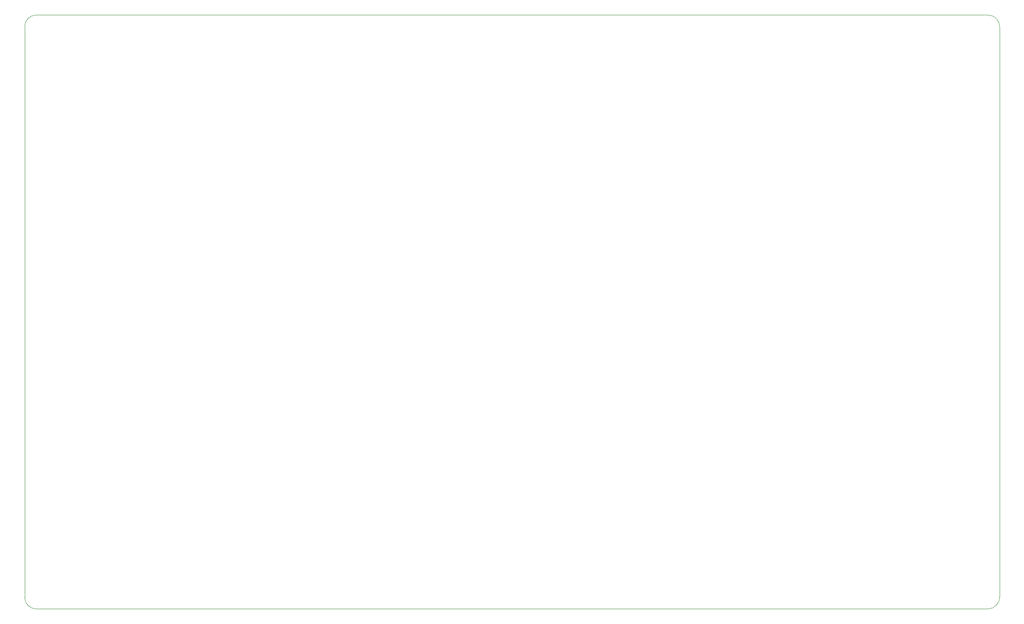
<source format=gbr>
%TF.GenerationSoftware,KiCad,Pcbnew,7.0.0*%
%TF.CreationDate,2024-03-13T15:59:32+01:00*%
%TF.ProjectId,TDM_board,54444d5f-626f-4617-9264-2e6b69636164,rev?*%
%TF.SameCoordinates,Original*%
%TF.FileFunction,Profile,NP*%
%FSLAX46Y46*%
G04 Gerber Fmt 4.6, Leading zero omitted, Abs format (unit mm)*
G04 Created by KiCad (PCBNEW 7.0.0) date 2024-03-13 15:59:32*
%MOMM*%
%LPD*%
G01*
G04 APERTURE LIST*
%TA.AperFunction,Profile*%
%ADD10C,0.100000*%
%TD*%
G04 APERTURE END LIST*
D10*
X246602944Y-19997056D02*
X51397056Y-19997056D01*
X246602944Y-142002944D02*
G75*
G03*
X249002944Y-139602944I-44J2400044D01*
G01*
X249002944Y-22397056D02*
G75*
G03*
X246602944Y-19997056I-2400044J-44D01*
G01*
X48997056Y-22397056D02*
X48997056Y-139602944D01*
X249002944Y-139602944D02*
X249002944Y-22397056D01*
X51397056Y-142002944D02*
X246602944Y-142002944D01*
X51397056Y-19997056D02*
G75*
G03*
X48997056Y-22397056I4J-2400004D01*
G01*
X48997056Y-139602944D02*
G75*
G03*
X51397056Y-142002944I2400044J44D01*
G01*
M02*

</source>
